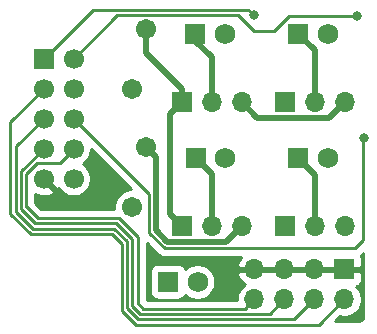
<source format=gbr>
%TF.GenerationSoftware,KiCad,Pcbnew,(5.1.10-1-10_14)*%
%TF.CreationDate,2022-01-09T16:11:27-08:00*%
%TF.ProjectId,FanExpander-Lite,46616e45-7870-4616-9e64-65722d4c6974,rev?*%
%TF.SameCoordinates,Original*%
%TF.FileFunction,Copper,L1,Top*%
%TF.FilePolarity,Positive*%
%FSLAX46Y46*%
G04 Gerber Fmt 4.6, Leading zero omitted, Abs format (unit mm)*
G04 Created by KiCad (PCBNEW (5.1.10-1-10_14)) date 2022-01-09 16:11:27*
%MOMM*%
%LPD*%
G01*
G04 APERTURE LIST*
%TA.AperFunction,ComponentPad*%
%ADD10R,1.700000X1.700000*%
%TD*%
%TA.AperFunction,ComponentPad*%
%ADD11O,1.700000X1.700000*%
%TD*%
%TA.AperFunction,ComponentPad*%
%ADD12C,1.710000*%
%TD*%
%TA.AperFunction,ComponentPad*%
%ADD13C,1.700000*%
%TD*%
%TA.AperFunction,ComponentPad*%
%ADD14R,1.750000X1.750000*%
%TD*%
%TA.AperFunction,ComponentPad*%
%ADD15C,1.750000*%
%TD*%
%TA.AperFunction,ViaPad*%
%ADD16C,0.800000*%
%TD*%
%TA.AperFunction,Conductor*%
%ADD17C,0.500000*%
%TD*%
%TA.AperFunction,Conductor*%
%ADD18C,0.250000*%
%TD*%
%TA.AperFunction,Conductor*%
%ADD19C,0.254000*%
%TD*%
%TA.AperFunction,Conductor*%
%ADD20C,0.100000*%
%TD*%
G04 APERTURE END LIST*
D10*
%TO.P,J7,1*%
%TO.N,GND*%
X68884800Y-63555880D03*
D11*
%TO.P,J7,2*%
%TO.N,/PASS0*%
X68884800Y-66095880D03*
%TO.P,J7,3*%
%TO.N,GND*%
X66344800Y-63555880D03*
%TO.P,J7,4*%
%TO.N,/PASS1*%
X66344800Y-66095880D03*
%TO.P,J7,5*%
%TO.N,GND*%
X63804800Y-63555880D03*
%TO.P,J7,6*%
%TO.N,/PASS2*%
X63804800Y-66095880D03*
%TO.P,J7,7*%
%TO.N,GND*%
X61264800Y-63555880D03*
%TO.P,J7,8*%
%TO.N,/PASS3*%
X61264800Y-66095880D03*
%TD*%
D12*
%TO.P,F2,2*%
%TO.N,/5V_unFused*%
X50900480Y-48285080D03*
%TO.P,F2,1*%
%TO.N,+5V*%
X52100480Y-43185080D03*
%TD*%
%TO.P,F1,2*%
%TO.N,+24V*%
X52106680Y-53167600D03*
%TO.P,F1,1*%
%TO.N,/24V_unFused*%
X50906680Y-58267600D03*
%TD*%
D10*
%TO.P,J5,1*%
%TO.N,/FAN2*%
X43434000Y-45720000D03*
D13*
%TO.P,J5,2*%
%TO.N,/FAN4*%
X45974000Y-45720000D03*
%TO.P,J5,3*%
%TO.N,/PASS0*%
X43434000Y-48260000D03*
%TO.P,J5,4*%
%TO.N,Net-(J5-Pad4)*%
X45974000Y-48260000D03*
%TO.P,J5,5*%
%TO.N,/PASS1*%
X43434000Y-50800000D03*
%TO.P,J5,6*%
%TO.N,/FAN3*%
X45974000Y-50800000D03*
%TO.P,J5,7*%
%TO.N,/PASS2*%
X43434000Y-53340000D03*
%TO.P,J5,8*%
%TO.N,/PASS3*%
X45974000Y-53340000D03*
%TO.P,J5,9*%
%TO.N,GND*%
X43434000Y-55880000D03*
%TO.P,J5,10*%
%TO.N,/5V_unFused*%
X45974000Y-55880000D03*
%TD*%
D14*
%TO.P,J4,1*%
%TO.N,/F4V*%
X65018920Y-43632120D03*
D15*
%TO.P,J4,2*%
%TO.N,/FAN4_Drive*%
X67518920Y-43632120D03*
%TD*%
D14*
%TO.P,J3,1*%
%TO.N,/F3V*%
X65018920Y-54147720D03*
D15*
%TO.P,J3,2*%
%TO.N,/FAN3_Drive*%
X67518920Y-54147720D03*
%TD*%
D10*
%TO.P,JP4,1*%
%TO.N,+5V*%
X63850520Y-49423320D03*
D11*
%TO.P,JP4,2*%
%TO.N,/F4V*%
X66390520Y-49423320D03*
%TO.P,JP4,3*%
%TO.N,+24V*%
X68930520Y-49423320D03*
%TD*%
D10*
%TO.P,JP3,1*%
%TO.N,+5V*%
X63875920Y-59913520D03*
D11*
%TO.P,JP3,2*%
%TO.N,/F3V*%
X66415920Y-59913520D03*
%TO.P,JP3,3*%
%TO.N,+24V*%
X68955920Y-59913520D03*
%TD*%
D14*
%TO.P,J2,1*%
%TO.N,/F2V*%
X56281320Y-43632120D03*
D15*
%TO.P,J2,2*%
%TO.N,/FAN2_Drive*%
X58781320Y-43632120D03*
%TD*%
D14*
%TO.P,J1,1*%
%TO.N,/F1V*%
X56306720Y-54147720D03*
D15*
%TO.P,J1,2*%
%TO.N,/FAN1_Drive*%
X58806720Y-54147720D03*
%TD*%
D10*
%TO.P,JP2,1*%
%TO.N,+5V*%
X55138320Y-49423320D03*
D11*
%TO.P,JP2,2*%
%TO.N,/F2V*%
X57678320Y-49423320D03*
%TO.P,JP2,3*%
%TO.N,+24V*%
X60218320Y-49423320D03*
%TD*%
D10*
%TO.P,JP1,1*%
%TO.N,+5V*%
X55138320Y-59913520D03*
D11*
%TO.P,JP1,2*%
%TO.N,/F1V*%
X57678320Y-59913520D03*
%TO.P,JP1,3*%
%TO.N,+24V*%
X60218320Y-59913520D03*
%TD*%
D14*
%TO.P,J6,1*%
%TO.N,/24V_unFused*%
X53969920Y-64602360D03*
D15*
%TO.P,J6,2*%
%TO.N,/FAN1_Drive*%
X56469920Y-64602360D03*
%TD*%
D16*
%TO.N,/FAN2*%
X61212402Y-42037000D03*
%TO.N,/FAN4*%
X69988802Y-42138600D03*
%TO.N,/FAN3*%
X70545800Y-52451000D03*
%TD*%
D17*
%TO.N,+24V*%
X52961679Y-54022599D02*
X52106680Y-53167600D01*
X53928319Y-61213521D02*
X52961679Y-60246881D01*
X52961679Y-60246881D02*
X52961679Y-54022599D01*
X58918319Y-61213521D02*
X53928319Y-61213521D01*
X60218320Y-59913520D02*
X58918319Y-61213521D01*
X67630519Y-50723321D02*
X68930520Y-49423320D01*
X61518321Y-50723321D02*
X67630519Y-50723321D01*
X60218320Y-49423320D02*
X61518321Y-50723321D01*
%TO.N,+5V*%
X55138320Y-48257637D02*
X52100480Y-45219797D01*
X52100480Y-45219797D02*
X52100480Y-43185080D01*
X55138320Y-49423320D02*
X55138320Y-48257637D01*
X54125990Y-58901190D02*
X54125990Y-50435650D01*
X54125990Y-50435650D02*
X55138320Y-49423320D01*
X55138320Y-59913520D02*
X54125990Y-58901190D01*
D18*
%TO.N,/FAN2*%
X47598931Y-41555069D02*
X60730471Y-41555069D01*
X60730471Y-41555069D02*
X61212402Y-42037000D01*
X43434000Y-45720000D02*
X47598931Y-41555069D01*
%TO.N,/FAN4*%
X64177438Y-42138600D02*
X69988802Y-42138600D01*
X59858199Y-42005079D02*
X61211048Y-43357928D01*
X49688921Y-42005079D02*
X59858199Y-42005079D01*
X62958110Y-43357928D02*
X64177438Y-42138600D01*
X61211048Y-43357928D02*
X62958110Y-43357928D01*
X45974000Y-45720000D02*
X49688921Y-42005079D01*
%TO.N,/FAN3*%
X70510400Y-61082190D02*
X70510400Y-52324000D01*
X52386669Y-57212669D02*
X52386669Y-60485057D01*
X53690143Y-61788531D02*
X69804059Y-61788531D01*
X45974000Y-50800000D02*
X52386669Y-57212669D01*
X52386669Y-60485057D02*
X53690143Y-61788531D01*
X69804059Y-61788531D02*
X70510400Y-61082190D01*
D17*
%TO.N,/F1V*%
X57678320Y-55519320D02*
X57678320Y-59913520D01*
X56306720Y-54147720D02*
X57678320Y-55519320D01*
%TO.N,/F2V*%
X57678320Y-45610603D02*
X57678320Y-49423320D01*
X56281320Y-44213603D02*
X57678320Y-45610603D01*
X56281320Y-43632120D02*
X56281320Y-44213603D01*
%TO.N,/F3V*%
X66415920Y-55544720D02*
X66415920Y-59913520D01*
X65018920Y-54147720D02*
X66415920Y-55544720D01*
%TO.N,/F4V*%
X66390520Y-45003720D02*
X66390520Y-49423320D01*
X65018920Y-43632120D02*
X66390520Y-45003720D01*
D18*
%TO.N,/PASS1*%
X43434000Y-50800000D02*
X41084420Y-53149580D01*
X41084420Y-58659810D02*
X42533789Y-60109179D01*
X41084420Y-53149580D02*
X41084420Y-58659810D01*
X49421556Y-60109180D02*
X50507819Y-61195443D01*
X42533789Y-60109179D02*
X49421556Y-60109180D01*
X50507819Y-66840019D02*
X51447780Y-67779980D01*
X50507819Y-61195443D02*
X50507819Y-66840019D01*
X64660700Y-67779980D02*
X66344800Y-66095880D01*
X51447780Y-67779980D02*
X64660700Y-67779980D01*
%TO.N,/PASS2*%
X43434000Y-53340000D02*
X41534430Y-55239570D01*
X41534430Y-55239570D02*
X41534430Y-58473410D01*
X41534430Y-58473410D02*
X42720190Y-59659170D01*
X49607957Y-59659171D02*
X50957829Y-61009043D01*
X42720190Y-59659170D02*
X49607957Y-59659171D01*
X50957829Y-66653619D02*
X51634180Y-67329970D01*
X50957829Y-61009043D02*
X50957829Y-66653619D01*
X62570710Y-67329970D02*
X63804800Y-66095880D01*
X51634180Y-67329970D02*
X62570710Y-67329970D01*
%TO.N,/PASS0*%
X43434000Y-48260000D02*
X40634410Y-51059590D01*
X40634410Y-58846210D02*
X42347389Y-60559189D01*
X40634410Y-51059590D02*
X40634410Y-58846210D01*
X49235155Y-60559189D02*
X50057809Y-61381843D01*
X42347389Y-60559189D02*
X49235155Y-60559189D01*
X50057809Y-67050409D02*
X51237390Y-68229990D01*
X50057809Y-61381843D02*
X50057809Y-67050409D01*
X66750690Y-68229990D02*
X68884800Y-66095880D01*
X51237390Y-68229990D02*
X66750690Y-68229990D01*
%TO.N,/PASS3*%
X60480720Y-66879960D02*
X61264800Y-66095880D01*
X51407839Y-66444639D02*
X51843160Y-66879960D01*
X49794358Y-59209162D02*
X51407839Y-60822643D01*
X42005610Y-58287010D02*
X42927761Y-59209161D01*
X41984440Y-58287010D02*
X42005610Y-58287010D01*
X45974000Y-53340000D02*
X44798999Y-54515001D01*
X41984440Y-55449960D02*
X41984440Y-58287010D01*
X51843160Y-66879960D02*
X60480720Y-66879960D01*
X51407839Y-60822643D02*
X51407839Y-66444639D01*
X42927761Y-59209161D02*
X49794358Y-59209162D01*
X42919399Y-54515001D02*
X41984440Y-55449960D01*
X44798999Y-54515001D02*
X42919399Y-54515001D01*
%TD*%
D19*
%TO.N,GND*%
X53126344Y-62299534D02*
X53150142Y-62328532D01*
X53179140Y-62352330D01*
X53265867Y-62423505D01*
X53397896Y-62494077D01*
X53541157Y-62537534D01*
X53690143Y-62552208D01*
X53727476Y-62548531D01*
X60183191Y-62548531D01*
X60069622Y-62674525D01*
X59920643Y-62924628D01*
X59823319Y-63198989D01*
X59943986Y-63428880D01*
X61137800Y-63428880D01*
X61137800Y-63408880D01*
X61391800Y-63408880D01*
X61391800Y-63428880D01*
X63677800Y-63428880D01*
X63677800Y-63408880D01*
X63931800Y-63408880D01*
X63931800Y-63428880D01*
X66217800Y-63428880D01*
X66217800Y-63408880D01*
X66471800Y-63408880D01*
X66471800Y-63428880D01*
X68757800Y-63428880D01*
X68757800Y-63408880D01*
X69011800Y-63408880D01*
X69011800Y-63428880D01*
X70211050Y-63428880D01*
X70369800Y-63270130D01*
X70372872Y-62705880D01*
X70360612Y-62581398D01*
X70324302Y-62461700D01*
X70280850Y-62380407D01*
X70344060Y-62328532D01*
X70367862Y-62299529D01*
X70510800Y-62156591D01*
X70510800Y-67480921D01*
X70499948Y-67591601D01*
X70477179Y-67667014D01*
X70440197Y-67736568D01*
X70390408Y-67797615D01*
X70329711Y-67847828D01*
X70260414Y-67885297D01*
X70185164Y-67908591D01*
X70076606Y-67920001D01*
X68135481Y-67920001D01*
X68518392Y-67537090D01*
X68738540Y-67580880D01*
X69031060Y-67580880D01*
X69317958Y-67523812D01*
X69588211Y-67411870D01*
X69831432Y-67249355D01*
X70038275Y-67042512D01*
X70200790Y-66799291D01*
X70312732Y-66529038D01*
X70369800Y-66242140D01*
X70369800Y-65949620D01*
X70312732Y-65662722D01*
X70200790Y-65392469D01*
X70038275Y-65149248D01*
X69906420Y-65017393D01*
X69978980Y-64995382D01*
X70089294Y-64936417D01*
X70185985Y-64857065D01*
X70265337Y-64760374D01*
X70324302Y-64650060D01*
X70360612Y-64530362D01*
X70372872Y-64405880D01*
X70369800Y-63841630D01*
X70211050Y-63682880D01*
X69011800Y-63682880D01*
X69011800Y-63702880D01*
X68757800Y-63702880D01*
X68757800Y-63682880D01*
X66471800Y-63682880D01*
X66471800Y-63702880D01*
X66217800Y-63702880D01*
X66217800Y-63682880D01*
X63931800Y-63682880D01*
X63931800Y-63702880D01*
X63677800Y-63702880D01*
X63677800Y-63682880D01*
X61391800Y-63682880D01*
X61391800Y-63702880D01*
X61137800Y-63702880D01*
X61137800Y-63682880D01*
X59943986Y-63682880D01*
X59823319Y-63912771D01*
X59920643Y-64187132D01*
X60069622Y-64437235D01*
X60264531Y-64653468D01*
X60494206Y-64824780D01*
X60318168Y-64942405D01*
X60111325Y-65149248D01*
X59948810Y-65392469D01*
X59836868Y-65662722D01*
X59779800Y-65949620D01*
X59779800Y-66119960D01*
X52167839Y-66119960D01*
X52167839Y-63727360D01*
X52456848Y-63727360D01*
X52456848Y-65477360D01*
X52469108Y-65601842D01*
X52505418Y-65721540D01*
X52564383Y-65831854D01*
X52643735Y-65928545D01*
X52740426Y-66007897D01*
X52850740Y-66066862D01*
X52970438Y-66103172D01*
X53094920Y-66115432D01*
X54844920Y-66115432D01*
X54969402Y-66103172D01*
X55089100Y-66066862D01*
X55199414Y-66007897D01*
X55296105Y-65928545D01*
X55375457Y-65831854D01*
X55434422Y-65721540D01*
X55438894Y-65706796D01*
X55507351Y-65775253D01*
X55754667Y-65940504D01*
X56029469Y-66054331D01*
X56321198Y-66112360D01*
X56618642Y-66112360D01*
X56910371Y-66054331D01*
X57185173Y-65940504D01*
X57432489Y-65775253D01*
X57642813Y-65564929D01*
X57808064Y-65317613D01*
X57921891Y-65042811D01*
X57979920Y-64751082D01*
X57979920Y-64453638D01*
X57921891Y-64161909D01*
X57808064Y-63887107D01*
X57642813Y-63639791D01*
X57432489Y-63429467D01*
X57185173Y-63264216D01*
X56910371Y-63150389D01*
X56618642Y-63092360D01*
X56321198Y-63092360D01*
X56029469Y-63150389D01*
X55754667Y-63264216D01*
X55507351Y-63429467D01*
X55438894Y-63497924D01*
X55434422Y-63483180D01*
X55375457Y-63372866D01*
X55296105Y-63276175D01*
X55199414Y-63196823D01*
X55089100Y-63137858D01*
X54969402Y-63101548D01*
X54844920Y-63089288D01*
X53094920Y-63089288D01*
X52970438Y-63101548D01*
X52850740Y-63137858D01*
X52740426Y-63196823D01*
X52643735Y-63276175D01*
X52564383Y-63372866D01*
X52505418Y-63483180D01*
X52469108Y-63602878D01*
X52456848Y-63727360D01*
X52167839Y-63727360D01*
X52167839Y-61341028D01*
X53126344Y-62299534D01*
%TA.AperFunction,Conductor*%
D20*
G36*
X53126344Y-62299534D02*
G01*
X53150142Y-62328532D01*
X53179140Y-62352330D01*
X53265867Y-62423505D01*
X53397896Y-62494077D01*
X53541157Y-62537534D01*
X53690143Y-62552208D01*
X53727476Y-62548531D01*
X60183191Y-62548531D01*
X60069622Y-62674525D01*
X59920643Y-62924628D01*
X59823319Y-63198989D01*
X59943986Y-63428880D01*
X61137800Y-63428880D01*
X61137800Y-63408880D01*
X61391800Y-63408880D01*
X61391800Y-63428880D01*
X63677800Y-63428880D01*
X63677800Y-63408880D01*
X63931800Y-63408880D01*
X63931800Y-63428880D01*
X66217800Y-63428880D01*
X66217800Y-63408880D01*
X66471800Y-63408880D01*
X66471800Y-63428880D01*
X68757800Y-63428880D01*
X68757800Y-63408880D01*
X69011800Y-63408880D01*
X69011800Y-63428880D01*
X70211050Y-63428880D01*
X70369800Y-63270130D01*
X70372872Y-62705880D01*
X70360612Y-62581398D01*
X70324302Y-62461700D01*
X70280850Y-62380407D01*
X70344060Y-62328532D01*
X70367862Y-62299529D01*
X70510800Y-62156591D01*
X70510800Y-67480921D01*
X70499948Y-67591601D01*
X70477179Y-67667014D01*
X70440197Y-67736568D01*
X70390408Y-67797615D01*
X70329711Y-67847828D01*
X70260414Y-67885297D01*
X70185164Y-67908591D01*
X70076606Y-67920001D01*
X68135481Y-67920001D01*
X68518392Y-67537090D01*
X68738540Y-67580880D01*
X69031060Y-67580880D01*
X69317958Y-67523812D01*
X69588211Y-67411870D01*
X69831432Y-67249355D01*
X70038275Y-67042512D01*
X70200790Y-66799291D01*
X70312732Y-66529038D01*
X70369800Y-66242140D01*
X70369800Y-65949620D01*
X70312732Y-65662722D01*
X70200790Y-65392469D01*
X70038275Y-65149248D01*
X69906420Y-65017393D01*
X69978980Y-64995382D01*
X70089294Y-64936417D01*
X70185985Y-64857065D01*
X70265337Y-64760374D01*
X70324302Y-64650060D01*
X70360612Y-64530362D01*
X70372872Y-64405880D01*
X70369800Y-63841630D01*
X70211050Y-63682880D01*
X69011800Y-63682880D01*
X69011800Y-63702880D01*
X68757800Y-63702880D01*
X68757800Y-63682880D01*
X66471800Y-63682880D01*
X66471800Y-63702880D01*
X66217800Y-63702880D01*
X66217800Y-63682880D01*
X63931800Y-63682880D01*
X63931800Y-63702880D01*
X63677800Y-63702880D01*
X63677800Y-63682880D01*
X61391800Y-63682880D01*
X61391800Y-63702880D01*
X61137800Y-63702880D01*
X61137800Y-63682880D01*
X59943986Y-63682880D01*
X59823319Y-63912771D01*
X59920643Y-64187132D01*
X60069622Y-64437235D01*
X60264531Y-64653468D01*
X60494206Y-64824780D01*
X60318168Y-64942405D01*
X60111325Y-65149248D01*
X59948810Y-65392469D01*
X59836868Y-65662722D01*
X59779800Y-65949620D01*
X59779800Y-66119960D01*
X52167839Y-66119960D01*
X52167839Y-63727360D01*
X52456848Y-63727360D01*
X52456848Y-65477360D01*
X52469108Y-65601842D01*
X52505418Y-65721540D01*
X52564383Y-65831854D01*
X52643735Y-65928545D01*
X52740426Y-66007897D01*
X52850740Y-66066862D01*
X52970438Y-66103172D01*
X53094920Y-66115432D01*
X54844920Y-66115432D01*
X54969402Y-66103172D01*
X55089100Y-66066862D01*
X55199414Y-66007897D01*
X55296105Y-65928545D01*
X55375457Y-65831854D01*
X55434422Y-65721540D01*
X55438894Y-65706796D01*
X55507351Y-65775253D01*
X55754667Y-65940504D01*
X56029469Y-66054331D01*
X56321198Y-66112360D01*
X56618642Y-66112360D01*
X56910371Y-66054331D01*
X57185173Y-65940504D01*
X57432489Y-65775253D01*
X57642813Y-65564929D01*
X57808064Y-65317613D01*
X57921891Y-65042811D01*
X57979920Y-64751082D01*
X57979920Y-64453638D01*
X57921891Y-64161909D01*
X57808064Y-63887107D01*
X57642813Y-63639791D01*
X57432489Y-63429467D01*
X57185173Y-63264216D01*
X56910371Y-63150389D01*
X56618642Y-63092360D01*
X56321198Y-63092360D01*
X56029469Y-63150389D01*
X55754667Y-63264216D01*
X55507351Y-63429467D01*
X55438894Y-63497924D01*
X55434422Y-63483180D01*
X55375457Y-63372866D01*
X55296105Y-63276175D01*
X55199414Y-63196823D01*
X55089100Y-63137858D01*
X54969402Y-63101548D01*
X54844920Y-63089288D01*
X53094920Y-63089288D01*
X52970438Y-63101548D01*
X52850740Y-63137858D01*
X52740426Y-63196823D01*
X52643735Y-63276175D01*
X52564383Y-63372866D01*
X52505418Y-63483180D01*
X52469108Y-63602878D01*
X52456848Y-63727360D01*
X52167839Y-63727360D01*
X52167839Y-61341028D01*
X53126344Y-62299534D01*
G37*
%TD.AperFunction*%
D19*
X50876797Y-56777600D02*
X50759928Y-56777600D01*
X50472063Y-56834860D01*
X50200901Y-56947180D01*
X49956861Y-57110242D01*
X49749322Y-57317781D01*
X49586260Y-57561821D01*
X49473940Y-57832983D01*
X49416680Y-58120848D01*
X49416680Y-58414352D01*
X49423604Y-58449163D01*
X43242564Y-58449161D01*
X42744440Y-57951039D01*
X42744440Y-57196379D01*
X42926883Y-57283371D01*
X43210411Y-57355339D01*
X43502531Y-57370611D01*
X43792019Y-57328599D01*
X44067747Y-57230919D01*
X44205157Y-57157472D01*
X44282792Y-56908397D01*
X43434000Y-56059605D01*
X43419858Y-56073748D01*
X43240253Y-55894143D01*
X43254395Y-55880000D01*
X43240253Y-55865858D01*
X43419858Y-55686253D01*
X43434000Y-55700395D01*
X43448143Y-55686253D01*
X43627748Y-55865858D01*
X43613605Y-55880000D01*
X44462397Y-56728792D01*
X44704689Y-56653271D01*
X44820525Y-56826632D01*
X45027368Y-57033475D01*
X45270589Y-57195990D01*
X45540842Y-57307932D01*
X45827740Y-57365000D01*
X46120260Y-57365000D01*
X46407158Y-57307932D01*
X46677411Y-57195990D01*
X46920632Y-57033475D01*
X47127475Y-56826632D01*
X47289990Y-56583411D01*
X47401932Y-56313158D01*
X47459000Y-56026260D01*
X47459000Y-55733740D01*
X47401932Y-55446842D01*
X47289990Y-55176589D01*
X47127475Y-54933368D01*
X46920632Y-54726525D01*
X46746240Y-54610000D01*
X46920632Y-54493475D01*
X47127475Y-54286632D01*
X47289990Y-54043411D01*
X47401932Y-53773158D01*
X47459000Y-53486260D01*
X47459000Y-53359802D01*
X50876797Y-56777600D01*
%TA.AperFunction,Conductor*%
D20*
G36*
X50876797Y-56777600D02*
G01*
X50759928Y-56777600D01*
X50472063Y-56834860D01*
X50200901Y-56947180D01*
X49956861Y-57110242D01*
X49749322Y-57317781D01*
X49586260Y-57561821D01*
X49473940Y-57832983D01*
X49416680Y-58120848D01*
X49416680Y-58414352D01*
X49423604Y-58449163D01*
X43242564Y-58449161D01*
X42744440Y-57951039D01*
X42744440Y-57196379D01*
X42926883Y-57283371D01*
X43210411Y-57355339D01*
X43502531Y-57370611D01*
X43792019Y-57328599D01*
X44067747Y-57230919D01*
X44205157Y-57157472D01*
X44282792Y-56908397D01*
X43434000Y-56059605D01*
X43419858Y-56073748D01*
X43240253Y-55894143D01*
X43254395Y-55880000D01*
X43240253Y-55865858D01*
X43419858Y-55686253D01*
X43434000Y-55700395D01*
X43448143Y-55686253D01*
X43627748Y-55865858D01*
X43613605Y-55880000D01*
X44462397Y-56728792D01*
X44704689Y-56653271D01*
X44820525Y-56826632D01*
X45027368Y-57033475D01*
X45270589Y-57195990D01*
X45540842Y-57307932D01*
X45827740Y-57365000D01*
X46120260Y-57365000D01*
X46407158Y-57307932D01*
X46677411Y-57195990D01*
X46920632Y-57033475D01*
X47127475Y-56826632D01*
X47289990Y-56583411D01*
X47401932Y-56313158D01*
X47459000Y-56026260D01*
X47459000Y-55733740D01*
X47401932Y-55446842D01*
X47289990Y-55176589D01*
X47127475Y-54933368D01*
X46920632Y-54726525D01*
X46746240Y-54610000D01*
X46920632Y-54493475D01*
X47127475Y-54286632D01*
X47289990Y-54043411D01*
X47401932Y-53773158D01*
X47459000Y-53486260D01*
X47459000Y-53359802D01*
X50876797Y-56777600D01*
G37*
%TD.AperFunction*%
%TD*%
M02*

</source>
